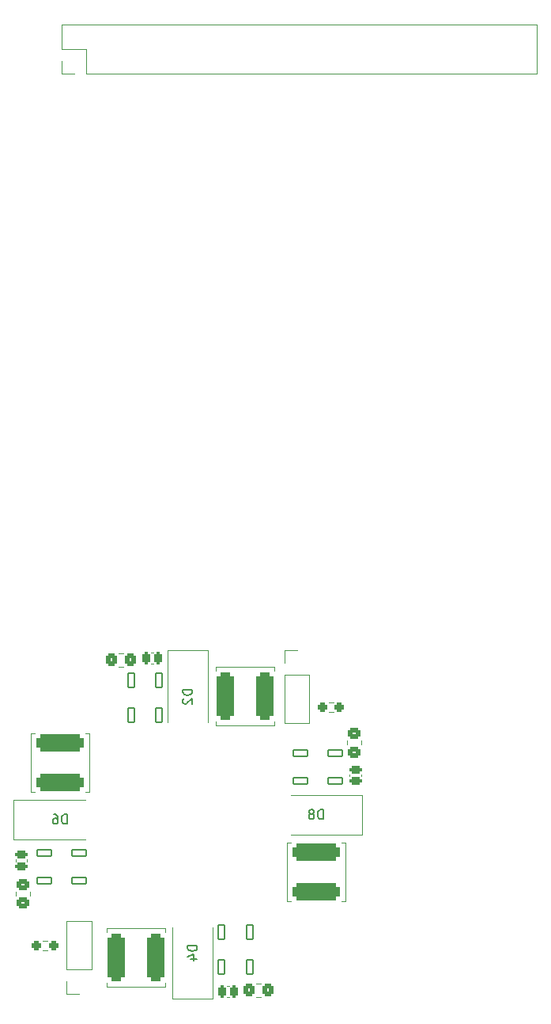
<source format=gbo>
G04 #@! TF.GenerationSoftware,KiCad,Pcbnew,7.0.11+dfsg-1build4*
G04 #@! TF.CreationDate,2025-02-09T17:53:47-07:00*
G04 #@! TF.ProjectId,iJet,694a6574-2e6b-4696-9361-645f70636258,rev?*
G04 #@! TF.SameCoordinates,Original*
G04 #@! TF.FileFunction,Legend,Bot*
G04 #@! TF.FilePolarity,Positive*
%FSLAX46Y46*%
G04 Gerber Fmt 4.6, Leading zero omitted, Abs format (unit mm)*
G04 Created by KiCad (PCBNEW 7.0.11+dfsg-1build4) date 2025-02-09 17:53:47*
%MOMM*%
%LPD*%
G01*
G04 APERTURE LIST*
G04 Aperture macros list*
%AMRoundRect*
0 Rectangle with rounded corners*
0 $1 Rounding radius*
0 $2 $3 $4 $5 $6 $7 $8 $9 X,Y pos of 4 corners*
0 Add a 4 corners polygon primitive as box body*
4,1,4,$2,$3,$4,$5,$6,$7,$8,$9,$2,$3,0*
0 Add four circle primitives for the rounded corners*
1,1,$1+$1,$2,$3*
1,1,$1+$1,$4,$5*
1,1,$1+$1,$6,$7*
1,1,$1+$1,$8,$9*
0 Add four rect primitives between the rounded corners*
20,1,$1+$1,$2,$3,$4,$5,0*
20,1,$1+$1,$4,$5,$6,$7,0*
20,1,$1+$1,$6,$7,$8,$9,0*
20,1,$1+$1,$8,$9,$2,$3,0*%
%AMOutline4P*
0 Free polygon, 4 corners , with rotation*
0 The origin of the aperture is its center*
0 number of corners: always 4*
0 $1 to $8 corner X, Y*
0 $9 Rotation angle, in degrees counterclockwise*
0 create outline with 4 corners*
4,1,4,$1,$2,$3,$4,$5,$6,$7,$8,$1,$2,$9*%
%AMFreePoly0*
4,1,37,0.559954,2.682520,0.597008,2.631520,0.602000,2.600000,0.602000,1.032051,1.117027,0.517026,1.139138,0.483934,1.157736,0.439033,1.165500,0.400000,1.165500,-0.400000,1.157736,-0.439033,1.139138,-0.483934,1.117027,-0.517026,0.602000,-1.032051,0.602000,-2.600000,0.582520,-2.659954,0.531520,-2.697008,0.500000,-2.702000,-0.500000,-2.702000,-0.559954,-2.682520,-0.597008,-2.631520,
-0.602000,-2.600000,-0.602000,-1.032052,-1.117026,-0.517026,-1.139136,-0.483935,-1.157735,-0.439034,-1.165500,-0.400000,-1.165500,0.400000,-1.157735,0.439034,-1.139136,0.483935,-1.117026,0.517026,-0.602000,1.032052,-0.602000,2.600000,-0.582520,2.659954,-0.531520,2.697008,-0.500000,2.702000,0.500000,2.702000,0.559954,2.682520,0.559954,2.682520,$1*%
G04 Aperture macros list end*
%ADD10C,0.150000*%
%ADD11C,0.120000*%
%ADD12C,0.127000*%
%ADD13R,1.300000X1.550000*%
%ADD14RoundRect,0.250000X-0.450000X0.350000X-0.450000X-0.350000X0.450000X-0.350000X0.450000X0.350000X0*%
%ADD15RoundRect,0.250000X0.450000X-0.350000X0.450000X0.350000X-0.450000X0.350000X-0.450000X-0.350000X0*%
%ADD16RoundRect,0.250000X0.350000X0.450000X-0.350000X0.450000X-0.350000X-0.450000X0.350000X-0.450000X0*%
%ADD17RoundRect,0.250000X-0.350000X-0.450000X0.350000X-0.450000X0.350000X0.450000X-0.350000X0.450000X0*%
%ADD18O,1.700000X1.700000*%
%ADD19R,1.700000X1.700000*%
%ADD20C,2.700000*%
%ADD21RoundRect,0.237500X0.250000X0.237500X-0.250000X0.237500X-0.250000X-0.237500X0.250000X-0.237500X0*%
%ADD22RoundRect,0.237500X-0.250000X-0.237500X0.250000X-0.237500X0.250000X0.237500X-0.250000X0.237500X0*%
%ADD23RoundRect,0.208750X0.431250X-0.208750X0.431250X0.208750X-0.431250X0.208750X-0.431250X-0.208750X0*%
%ADD24RoundRect,0.208750X-0.431250X0.208750X-0.431250X-0.208750X0.431250X-0.208750X0.431250X0.208750X0*%
%ADD25RoundRect,0.208750X-0.208750X-0.431250X0.208750X-0.431250X0.208750X0.431250X-0.208750X0.431250X0*%
%ADD26RoundRect,0.208750X0.208750X0.431250X-0.208750X0.431250X-0.208750X-0.431250X0.208750X-0.431250X0*%
%ADD27C,1.500000*%
%ADD28RoundRect,0.102000X0.750000X-0.350000X0.750000X0.350000X-0.750000X0.350000X-0.750000X-0.350000X0*%
%ADD29FreePoly0,90.000000*%
%ADD30FreePoly0,270.000000*%
%ADD31RoundRect,0.102000X-0.750000X0.350000X-0.750000X-0.350000X0.750000X-0.350000X0.750000X0.350000X0*%
%ADD32FreePoly0,0.000000*%
%ADD33RoundRect,0.102000X-0.350000X-0.750000X0.350000X-0.750000X0.350000X0.750000X-0.350000X0.750000X0*%
%ADD34RoundRect,0.102000X0.350000X0.750000X-0.350000X0.750000X-0.350000X-0.750000X0.350000X-0.750000X0*%
%ADD35FreePoly0,180.000000*%
%ADD36R,1.600000X1.600000*%
%ADD37O,1.600000X1.600000*%
%ADD38RoundRect,0.475000X2.075000X-0.475000X2.075000X0.475000X-2.075000X0.475000X-2.075000X-0.475000X0*%
%ADD39RoundRect,0.475000X-2.075000X0.475000X-2.075000X-0.475000X2.075000X-0.475000X2.075000X0.475000X0*%
%ADD40RoundRect,0.475000X-0.475000X-2.075000X0.475000X-2.075000X0.475000X2.075000X-0.475000X2.075000X0*%
%ADD41RoundRect,0.475000X0.475000X2.075000X-0.475000X2.075000X-0.475000X-2.075000X0.475000X-2.075000X0*%
%ADD42R,3.500000X3.500000*%
%ADD43RoundRect,0.750000X0.750000X1.000000X-0.750000X1.000000X-0.750000X-1.000000X0.750000X-1.000000X0*%
%ADD44RoundRect,0.875000X0.875000X0.875000X-0.875000X0.875000X-0.875000X-0.875000X0.875000X-0.875000X0*%
%ADD45Outline4P,-1.800000X-1.150000X1.800000X-0.550000X1.800000X0.550000X-1.800000X1.150000X180.000000*%
%ADD46Outline4P,-1.800000X-1.150000X1.800000X-0.550000X1.800000X0.550000X-1.800000X1.150000X0.000000*%
%ADD47Outline4P,-1.800000X-1.150000X1.800000X-0.550000X1.800000X0.550000X-1.800000X1.150000X90.000000*%
%ADD48Outline4P,-1.800000X-1.150000X1.800000X-0.550000X1.800000X0.550000X-1.800000X1.150000X270.000000*%
G04 APERTURE END LIST*
D10*
X135028094Y-155826819D02*
X135028094Y-154826819D01*
X135028094Y-154826819D02*
X134789999Y-154826819D01*
X134789999Y-154826819D02*
X134647142Y-154874438D01*
X134647142Y-154874438D02*
X134551904Y-154969676D01*
X134551904Y-154969676D02*
X134504285Y-155064914D01*
X134504285Y-155064914D02*
X134456666Y-155255390D01*
X134456666Y-155255390D02*
X134456666Y-155398247D01*
X134456666Y-155398247D02*
X134504285Y-155588723D01*
X134504285Y-155588723D02*
X134551904Y-155683961D01*
X134551904Y-155683961D02*
X134647142Y-155779200D01*
X134647142Y-155779200D02*
X134789999Y-155826819D01*
X134789999Y-155826819D02*
X135028094Y-155826819D01*
X133885237Y-155255390D02*
X133980475Y-155207771D01*
X133980475Y-155207771D02*
X134028094Y-155160152D01*
X134028094Y-155160152D02*
X134075713Y-155064914D01*
X134075713Y-155064914D02*
X134075713Y-155017295D01*
X134075713Y-155017295D02*
X134028094Y-154922057D01*
X134028094Y-154922057D02*
X133980475Y-154874438D01*
X133980475Y-154874438D02*
X133885237Y-154826819D01*
X133885237Y-154826819D02*
X133694761Y-154826819D01*
X133694761Y-154826819D02*
X133599523Y-154874438D01*
X133599523Y-154874438D02*
X133551904Y-154922057D01*
X133551904Y-154922057D02*
X133504285Y-155017295D01*
X133504285Y-155017295D02*
X133504285Y-155064914D01*
X133504285Y-155064914D02*
X133551904Y-155160152D01*
X133551904Y-155160152D02*
X133599523Y-155207771D01*
X133599523Y-155207771D02*
X133694761Y-155255390D01*
X133694761Y-155255390D02*
X133885237Y-155255390D01*
X133885237Y-155255390D02*
X133980475Y-155303009D01*
X133980475Y-155303009D02*
X134028094Y-155350628D01*
X134028094Y-155350628D02*
X134075713Y-155445866D01*
X134075713Y-155445866D02*
X134075713Y-155636342D01*
X134075713Y-155636342D02*
X134028094Y-155731580D01*
X134028094Y-155731580D02*
X133980475Y-155779200D01*
X133980475Y-155779200D02*
X133885237Y-155826819D01*
X133885237Y-155826819D02*
X133694761Y-155826819D01*
X133694761Y-155826819D02*
X133599523Y-155779200D01*
X133599523Y-155779200D02*
X133551904Y-155731580D01*
X133551904Y-155731580D02*
X133504285Y-155636342D01*
X133504285Y-155636342D02*
X133504285Y-155445866D01*
X133504285Y-155445866D02*
X133551904Y-155350628D01*
X133551904Y-155350628D02*
X133599523Y-155303009D01*
X133599523Y-155303009D02*
X133694761Y-155255390D01*
X107596094Y-156334819D02*
X107596094Y-155334819D01*
X107596094Y-155334819D02*
X107357999Y-155334819D01*
X107357999Y-155334819D02*
X107215142Y-155382438D01*
X107215142Y-155382438D02*
X107119904Y-155477676D01*
X107119904Y-155477676D02*
X107072285Y-155572914D01*
X107072285Y-155572914D02*
X107024666Y-155763390D01*
X107024666Y-155763390D02*
X107024666Y-155906247D01*
X107024666Y-155906247D02*
X107072285Y-156096723D01*
X107072285Y-156096723D02*
X107119904Y-156191961D01*
X107119904Y-156191961D02*
X107215142Y-156287200D01*
X107215142Y-156287200D02*
X107357999Y-156334819D01*
X107357999Y-156334819D02*
X107596094Y-156334819D01*
X106167523Y-155334819D02*
X106357999Y-155334819D01*
X106357999Y-155334819D02*
X106453237Y-155382438D01*
X106453237Y-155382438D02*
X106500856Y-155430057D01*
X106500856Y-155430057D02*
X106596094Y-155572914D01*
X106596094Y-155572914D02*
X106643713Y-155763390D01*
X106643713Y-155763390D02*
X106643713Y-156144342D01*
X106643713Y-156144342D02*
X106596094Y-156239580D01*
X106596094Y-156239580D02*
X106548475Y-156287200D01*
X106548475Y-156287200D02*
X106453237Y-156334819D01*
X106453237Y-156334819D02*
X106262761Y-156334819D01*
X106262761Y-156334819D02*
X106167523Y-156287200D01*
X106167523Y-156287200D02*
X106119904Y-156239580D01*
X106119904Y-156239580D02*
X106072285Y-156144342D01*
X106072285Y-156144342D02*
X106072285Y-155906247D01*
X106072285Y-155906247D02*
X106119904Y-155811009D01*
X106119904Y-155811009D02*
X106167523Y-155763390D01*
X106167523Y-155763390D02*
X106262761Y-155715771D01*
X106262761Y-155715771D02*
X106453237Y-155715771D01*
X106453237Y-155715771D02*
X106548475Y-155763390D01*
X106548475Y-155763390D02*
X106596094Y-155811009D01*
X106596094Y-155811009D02*
X106643713Y-155906247D01*
X121536819Y-169365905D02*
X120536819Y-169365905D01*
X120536819Y-169365905D02*
X120536819Y-169604000D01*
X120536819Y-169604000D02*
X120584438Y-169746857D01*
X120584438Y-169746857D02*
X120679676Y-169842095D01*
X120679676Y-169842095D02*
X120774914Y-169889714D01*
X120774914Y-169889714D02*
X120965390Y-169937333D01*
X120965390Y-169937333D02*
X121108247Y-169937333D01*
X121108247Y-169937333D02*
X121298723Y-169889714D01*
X121298723Y-169889714D02*
X121393961Y-169842095D01*
X121393961Y-169842095D02*
X121489200Y-169746857D01*
X121489200Y-169746857D02*
X121536819Y-169604000D01*
X121536819Y-169604000D02*
X121536819Y-169365905D01*
X120870152Y-170794476D02*
X121536819Y-170794476D01*
X120489200Y-170556381D02*
X121203485Y-170318286D01*
X121203485Y-170318286D02*
X121203485Y-170937333D01*
X121020125Y-141999398D02*
X120020125Y-141999398D01*
X120020125Y-141999398D02*
X120020125Y-142237493D01*
X120020125Y-142237493D02*
X120067744Y-142380350D01*
X120067744Y-142380350D02*
X120162982Y-142475588D01*
X120162982Y-142475588D02*
X120258220Y-142523207D01*
X120258220Y-142523207D02*
X120448696Y-142570826D01*
X120448696Y-142570826D02*
X120591553Y-142570826D01*
X120591553Y-142570826D02*
X120782029Y-142523207D01*
X120782029Y-142523207D02*
X120877267Y-142475588D01*
X120877267Y-142475588D02*
X120972506Y-142380350D01*
X120972506Y-142380350D02*
X121020125Y-142237493D01*
X121020125Y-142237493D02*
X121020125Y-141999398D01*
X120115363Y-142951779D02*
X120067744Y-142999398D01*
X120067744Y-142999398D02*
X120020125Y-143094636D01*
X120020125Y-143094636D02*
X120020125Y-143332731D01*
X120020125Y-143332731D02*
X120067744Y-143427969D01*
X120067744Y-143427969D02*
X120115363Y-143475588D01*
X120115363Y-143475588D02*
X120210601Y-143523207D01*
X120210601Y-143523207D02*
X120305839Y-143523207D01*
X120305839Y-143523207D02*
X120448696Y-143475588D01*
X120448696Y-143475588D02*
X121020125Y-142904160D01*
X121020125Y-142904160D02*
X121020125Y-143523207D01*
D11*
X137621976Y-147429909D02*
X137621976Y-147884037D01*
X139091976Y-147429909D02*
X139091976Y-147884037D01*
X103624441Y-164031148D02*
X103624441Y-163577020D01*
X102154441Y-164031148D02*
X102154441Y-163577020D01*
X128358787Y-173378164D02*
X127904659Y-173378164D01*
X128358787Y-174848164D02*
X127904659Y-174848164D01*
X113153081Y-138084699D02*
X113607209Y-138084699D01*
X113153081Y-139554699D02*
X113607209Y-139554699D01*
X105491870Y-168843535D02*
X104982422Y-168843535D01*
X105491870Y-169888535D02*
X104982422Y-169888535D01*
X135623136Y-144381282D02*
X136132584Y-144381282D01*
X135623136Y-143336282D02*
X136132584Y-143336282D01*
X137871358Y-151242646D02*
X137871358Y-151038708D01*
X139111358Y-151242646D02*
X139111358Y-151038708D01*
X103333752Y-160138146D02*
X103333752Y-160342084D01*
X102093752Y-160138146D02*
X102093752Y-160342084D01*
X124748353Y-173648742D02*
X124952291Y-173648742D01*
X124748353Y-174888742D02*
X124952291Y-174888742D01*
X116830058Y-139228000D02*
X116626120Y-139228000D01*
X116830058Y-137988000D02*
X116626120Y-137988000D01*
X137390000Y-164568000D02*
X137390000Y-158368000D01*
X131190000Y-164568000D02*
X131590000Y-164568000D01*
X137390000Y-164568000D02*
X136990000Y-164568000D01*
X137390000Y-158368000D02*
X136990000Y-158368000D01*
X131190000Y-164568000D02*
X131190000Y-158368000D01*
X131190000Y-158368000D02*
X131590000Y-158368000D01*
X103758000Y-146684000D02*
X103758000Y-152884000D01*
X109958000Y-146684000D02*
X109558000Y-146684000D01*
X103758000Y-146684000D02*
X104158000Y-146684000D01*
X103758000Y-152884000D02*
X104158000Y-152884000D01*
X109958000Y-146684000D02*
X109958000Y-152884000D01*
X109958000Y-152884000D02*
X109558000Y-152884000D01*
X111886000Y-173712000D02*
X118086000Y-173712000D01*
X111886000Y-167512000D02*
X111886000Y-167912000D01*
X111886000Y-173712000D02*
X111886000Y-173312000D01*
X118086000Y-173712000D02*
X118086000Y-173312000D01*
X111886000Y-167512000D02*
X118086000Y-167512000D01*
X118086000Y-167512000D02*
X118086000Y-167912000D01*
X123570000Y-145772000D02*
X123570000Y-145372000D01*
X129770000Y-145772000D02*
X123570000Y-145772000D01*
X123570000Y-139572000D02*
X123570000Y-139972000D01*
X129770000Y-139572000D02*
X129770000Y-139972000D01*
X129770000Y-145772000D02*
X129770000Y-145372000D01*
X129770000Y-139572000D02*
X123570000Y-139572000D01*
X132233000Y-137801000D02*
X130903000Y-137801000D01*
X130903000Y-140401000D02*
X130903000Y-145541000D01*
X133563000Y-140401000D02*
X133563000Y-145541000D01*
X133563000Y-140401000D02*
X130903000Y-140401000D01*
X130903000Y-137801000D02*
X130903000Y-139131000D01*
X133563000Y-145541000D02*
X130903000Y-145541000D01*
X107560000Y-166742000D02*
X110220000Y-166742000D01*
X107560000Y-171882000D02*
X107560000Y-166742000D01*
X107560000Y-173152000D02*
X107560000Y-174482000D01*
X110220000Y-171882000D02*
X110220000Y-166742000D01*
X107560000Y-174482000D02*
X108890000Y-174482000D01*
X107560000Y-171882000D02*
X110220000Y-171882000D01*
X139250000Y-153222000D02*
X131590000Y-153222000D01*
X139250000Y-153222000D02*
X139250000Y-157522000D01*
X139250000Y-157522000D02*
X131590000Y-157522000D01*
X101898000Y-158030000D02*
X109558000Y-158030000D01*
X101898000Y-158030000D02*
X101898000Y-153730000D01*
X101898000Y-153730000D02*
X109558000Y-153730000D01*
X123232000Y-175064000D02*
X123232000Y-167404000D01*
X123232000Y-175064000D02*
X118932000Y-175064000D01*
X118932000Y-175064000D02*
X118932000Y-167404000D01*
X122715306Y-137777493D02*
X122715306Y-145437493D01*
X118415306Y-137777493D02*
X122715306Y-137777493D01*
X118415306Y-137777493D02*
X118415306Y-145437493D01*
X107040000Y-76100000D02*
X108370000Y-76100000D01*
X109640000Y-76100000D02*
X157960000Y-76100000D01*
X107040000Y-74770000D02*
X107040000Y-76100000D01*
X107040000Y-73500000D02*
X109640000Y-73500000D01*
X109640000Y-73500000D02*
X109640000Y-76100000D01*
X107040000Y-70900000D02*
X107040000Y-73500000D01*
X107040000Y-70900000D02*
X157960000Y-70900000D01*
X157960000Y-70900000D02*
X157960000Y-76100000D01*
%LPC*%
D12*
X135872000Y-150268000D02*
X134872000Y-151268000D01*
X134072000Y-151268000D01*
X133072000Y-150268000D01*
X134072000Y-149268000D01*
X134872000Y-149268000D01*
X135872000Y-150268000D01*
G36*
X135872000Y-150268000D02*
G01*
X134872000Y-151268000D01*
X134072000Y-151268000D01*
X133072000Y-150268000D01*
X134072000Y-149268000D01*
X134872000Y-149268000D01*
X135872000Y-150268000D01*
G37*
X108440000Y-160936000D02*
X107440000Y-161936000D01*
X106640000Y-161936000D01*
X105640000Y-160936000D01*
X106640000Y-159936000D01*
X107440000Y-159936000D01*
X108440000Y-160936000D01*
G36*
X108440000Y-160936000D02*
G01*
X107440000Y-161936000D01*
X106640000Y-161936000D01*
X105640000Y-160936000D01*
X106640000Y-159936000D01*
X107440000Y-159936000D01*
X108440000Y-160936000D01*
G37*
X126678000Y-169378000D02*
X126678000Y-170178000D01*
X125678000Y-171178000D01*
X124678000Y-170178000D01*
X124678000Y-169378000D01*
X125678000Y-168378000D01*
X126678000Y-169378000D01*
G36*
X126678000Y-169378000D02*
G01*
X126678000Y-170178000D01*
X125678000Y-171178000D01*
X124678000Y-170178000D01*
X124678000Y-169378000D01*
X125678000Y-168378000D01*
X126678000Y-169378000D01*
G37*
X116978000Y-142454000D02*
X116978000Y-143254000D01*
X115978000Y-144254000D01*
X114978000Y-143254000D01*
X114978000Y-142454000D01*
X115978000Y-141454000D01*
X116978000Y-142454000D01*
G36*
X116978000Y-142454000D02*
G01*
X116978000Y-143254000D01*
X115978000Y-144254000D01*
X114978000Y-143254000D01*
X114978000Y-142454000D01*
X115978000Y-141454000D01*
X116978000Y-142454000D01*
G37*
D13*
X107757930Y-98725928D03*
X107757930Y-90775928D03*
X112257930Y-98725928D03*
X112257930Y-90775928D03*
D14*
X138356976Y-146656973D03*
X138356976Y-148656973D03*
D15*
X102889441Y-164804084D03*
X102889441Y-162804084D03*
D16*
X129131723Y-174113164D03*
X127131723Y-174113164D03*
D17*
X114380145Y-138819699D03*
X112380145Y-138819699D03*
D18*
X163161273Y-118228285D03*
D19*
X163161273Y-120768285D03*
X145638680Y-160878680D03*
D18*
X145638680Y-158338680D03*
X145638680Y-155798680D03*
D20*
X178804000Y-140221320D03*
X145720000Y-140132000D03*
X145720000Y-173241320D03*
X178804000Y-173241320D03*
X137116000Y-140132000D03*
X137116000Y-173241320D03*
X104032000Y-173152000D03*
X104032000Y-140132000D03*
X161649243Y-129983285D03*
X161649243Y-106983285D03*
D19*
X103556000Y-119314000D03*
D18*
X103556000Y-116774000D03*
D20*
X103649243Y-129983285D03*
X103649243Y-106983285D03*
D18*
X158022704Y-63385429D03*
X158022704Y-65925429D03*
D19*
X158022704Y-68465429D03*
D21*
X106149646Y-169366035D03*
X104324646Y-169366035D03*
D22*
X134965360Y-143858782D03*
X136790360Y-143858782D03*
D23*
X138491358Y-150513177D03*
X138491358Y-151768177D03*
D24*
X102713752Y-160867615D03*
X102713752Y-159612615D03*
D25*
X125477822Y-174268742D03*
X124222822Y-174268742D03*
D26*
X116100589Y-138608000D03*
X117355589Y-138608000D03*
D27*
X129628064Y-82125717D03*
X134508064Y-82125717D03*
D28*
X132622000Y-151768000D03*
X132622000Y-148768000D03*
X136322000Y-151768000D03*
X136322000Y-148768000D03*
D29*
X134472000Y-150268000D03*
D30*
X107040000Y-160936000D03*
D31*
X105190000Y-162436000D03*
X105190000Y-159436000D03*
X108890000Y-162436000D03*
X108890000Y-159436000D03*
D32*
X125678000Y-169778000D03*
D33*
X127178000Y-171628000D03*
X124178000Y-171628000D03*
X127178000Y-167928000D03*
X124178000Y-167928000D03*
D34*
X117478000Y-144704000D03*
X114478000Y-144704000D03*
X117478000Y-141004000D03*
X114478000Y-141004000D03*
D35*
X115978000Y-142854000D03*
D36*
X149367173Y-88580000D03*
D37*
X146827173Y-88580000D03*
X144287173Y-88580000D03*
X141747173Y-88580000D03*
X139207173Y-88580000D03*
X136667173Y-88580000D03*
X134127173Y-88580000D03*
X131587173Y-88580000D03*
X129047173Y-88580000D03*
X126507173Y-88580000D03*
X123967173Y-88580000D03*
X121427173Y-88580000D03*
X118887173Y-88580000D03*
X116347173Y-88580000D03*
X116347173Y-96200000D03*
X118887173Y-96200000D03*
X121427173Y-96200000D03*
X123967173Y-96200000D03*
X126507173Y-96200000D03*
X129047173Y-96200000D03*
X131587173Y-96200000D03*
X134127173Y-96200000D03*
X136667173Y-96200000D03*
X139207173Y-96200000D03*
X141747173Y-96200000D03*
X144287173Y-96200000D03*
X146827173Y-96200000D03*
X149367173Y-96200000D03*
D13*
X152907596Y-98936495D03*
X152907596Y-90986495D03*
X157407596Y-98936495D03*
X157407596Y-90986495D03*
D38*
X134290000Y-159368000D03*
X134290000Y-163568000D03*
D39*
X106858000Y-151884000D03*
X106858000Y-147684000D03*
D40*
X117086000Y-170612000D03*
X112886000Y-170612000D03*
D41*
X128770000Y-142672000D03*
X124570000Y-142672000D03*
D18*
X150800000Y-68514000D03*
D19*
X150800000Y-65974000D03*
X142168488Y-63424000D03*
D18*
X142168488Y-65964000D03*
X142168488Y-68504000D03*
D19*
X107635000Y-80163000D03*
D18*
X110175000Y-80163000D03*
X112715000Y-80163000D03*
D19*
X117780000Y-63424000D03*
D18*
X117780000Y-65964000D03*
X117780000Y-68504000D03*
X163037030Y-87300000D03*
D19*
X163037030Y-84760000D03*
X112683726Y-83851450D03*
D18*
X110143726Y-83851450D03*
X107603726Y-83851450D03*
D42*
X173756000Y-156329500D03*
D43*
X179756000Y-156329500D03*
D44*
X176756000Y-151629500D03*
D19*
X132233000Y-139131000D03*
D18*
X132233000Y-141671000D03*
X132233000Y-144211000D03*
D19*
X108890000Y-173152000D03*
D18*
X108890000Y-170612000D03*
X108890000Y-168072000D03*
D45*
X137190000Y-155372000D03*
D46*
X131390000Y-155372000D03*
X103958000Y-155880000D03*
D45*
X109758000Y-155880000D03*
D47*
X121082000Y-173004000D03*
D48*
X121082000Y-167204000D03*
D47*
X120565306Y-145637493D03*
D48*
X120565306Y-139837493D03*
D18*
X156630000Y-72230000D03*
X156630000Y-74770000D03*
X154090000Y-72230000D03*
X154090000Y-74770000D03*
X151550000Y-72230000D03*
X151550000Y-74770000D03*
X149010000Y-72230000D03*
X149010000Y-74770000D03*
X146470000Y-72230000D03*
X146470000Y-74770000D03*
X143930000Y-72230000D03*
X143930000Y-74770000D03*
X141390000Y-72230000D03*
X141390000Y-74770000D03*
X138850000Y-72230000D03*
X138850000Y-74770000D03*
X136310000Y-72230000D03*
X136310000Y-74770000D03*
X133770000Y-72230000D03*
X133770000Y-74770000D03*
X131230000Y-72230000D03*
X131230000Y-74770000D03*
X128690000Y-72230000D03*
X128690000Y-74770000D03*
X126150000Y-72230000D03*
X126150000Y-74770000D03*
X123610000Y-72230000D03*
X123610000Y-74770000D03*
X121070000Y-72230000D03*
X121070000Y-74770000D03*
X118530000Y-72230000D03*
X118530000Y-74770000D03*
X115990000Y-72230000D03*
X115990000Y-74770000D03*
X113450000Y-72230000D03*
X113450000Y-74770000D03*
X110910000Y-72230000D03*
X110910000Y-74770000D03*
X108370000Y-72230000D03*
D19*
X108370000Y-74770000D03*
D20*
X161500000Y-73500000D03*
X161500000Y-96500000D03*
X103500000Y-96500000D03*
X103500000Y-73500000D03*
%LPD*%
M02*

</source>
